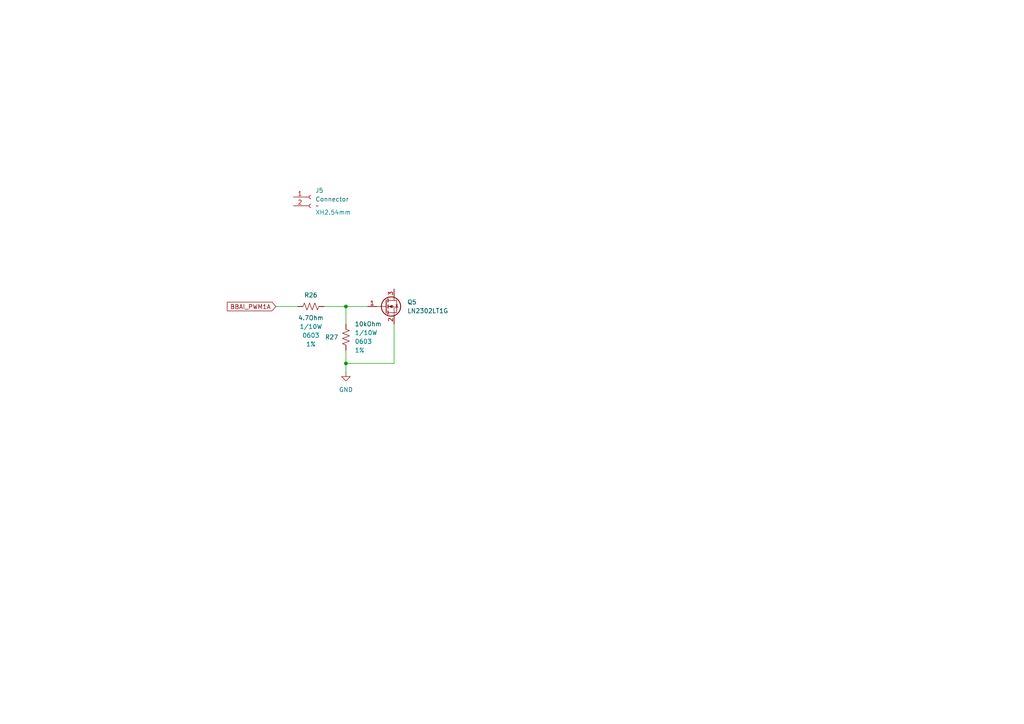
<source format=kicad_sch>
(kicad_sch (version 20250114) (generator "eeschema") (generator_version "9.0")
  (paper "A4")
  (title_block (title "THERMAL FAN") (date "2025-06-30"))
  (lib_symbols
    (symbol "automative_hexapod:JST-XH-SMD-2-2.54mm" (pin_names (offset 1.016) (hide yes))
      (property "Reference" "J" (at 0 2.54 0))
      (property "Value" "Connector" (at 5.842 -0.254 0))
      (property "Value 2" "~" (at 0 0 0))
      (property "Value 3" "XH2.54mm" (at 6.096 -2.286 0))
      (symbol "JST-XH-SMD-2-2.54mm_1_1"
        (polyline (pts (xy -1.27 0) (xy -0.508 0)) (stroke (width 0.1524)))
        (polyline (pts (xy -1.27 -2.54) (xy -0.508 -2.54)) (stroke (width 0.1524)))
        (arc (start 0 -0.508) (mid -0.5058 0) (end 0 0.508) (stroke (width 0.1524)))
        (arc (start 0 -3.048) (mid -0.5058 -2.54) (end 0 -2.032) (stroke (width 0.1524)))
        (pin passive line (at -5.08 0 0) (length 3.81) (name "Pin_1") (number "1"))
        (pin passive line (at -5.08 -2.54 0) (length 3.81) (name "Pin_2") (number "2"))
      )
    )
    (symbol "automative_hexapod:LN2302LT1G" (pin_names (hide yes))
      (property "Reference" "Q" (at 4.064 1.016 0))
      (property "Value" "LN2302LT1G" (at 9.398 -1.016 0))
      (symbol "LN2302LT1G_0_1"
        (polyline (pts (xy -2.286 1.905) (xy -2.286 -1.905)) (stroke (width 0.254)))
        (polyline (pts (xy -2.286 0) (xy -5.08 0)))
        (polyline (pts (xy -1.778 2.286) (xy -1.778 1.27)) (stroke (width 0.254)))
        (polyline (pts (xy -1.778 0.508) (xy -1.778 -0.508)) (stroke (width 0.254)))
        (polyline (pts (xy -1.778 -1.27) (xy -1.778 -2.286)) (stroke (width 0.254)))
        (polyline (pts (xy -1.778 -1.778) (xy 0.762 -1.778) (xy 0.762 1.778) (xy -1.778 1.778)))
        (polyline (pts (xy -1.524 0) (xy -0.508 0.381) (xy -0.508 -0.381) (xy -1.524 0)) (fill (type outline)))
        (circle (center -0.889 0) (radius 2.794) (stroke (width 0.254)))
        (polyline (pts (xy 0 2.54) (xy 0 1.778)))
        (polyline (pts (xy 0 -2.54) (xy 0 0) (xy -1.778 0)))
        (polyline (pts (xy 0.762 0.381) (xy 0.381 -0.254) (xy 1.143 -0.254) (xy 0.762 0.381)))
        (polyline (pts (xy 1.016 0.508) (xy 0.508 0.508)))
      )
      (symbol "LN2302LT1G_1_1"
        (pin input line (at -7.62 0 0) (length 2.54) (name "G") (number "1"))
        (pin passive line (at 0 5.08 270) (length 2.54) (name "D") (number "3"))
        (pin passive line (at 0 -5.08 90) (length 2.54) (name "S") (number "2"))
      )
    )
    (symbol "automative_hexapod:Res_10K_0603_1%" (pin_numbers (hide yes)) (pin_names (hide yes))
      (property "Reference" "R" (at 0 2.54 0))
      (property "Value" "10kOhm" (at 0.508 -3.556 0))
      (property "Value 2" "1/10W" (at -0.508 -5.334 0))
      (property "Value 3" "0603" (at -0.762 -7.112 0))
      (property "Value 4" "1%" (at -1.778 -8.89 0))
      (symbol "Res_10K_0603_1%_0_1"
        (polyline (pts (xy -2.286 0) (xy -2.54 0)))
        (polyline (pts (xy -2.286 0) (xy -1.905 1.016) (xy -1.524 0) (xy -1.143 -1.016) (xy -0.762 0)))
        (polyline (pts (xy 0.762 0) (xy 1.143 1.016) (xy 1.524 0) (xy 1.905 -1.016) (xy 2.286 0)))
        (polyline (pts (xy 2.286 0) (xy 2.54 0)))
      )
      (symbol "Res_10K_0603_1%_1_1"
        (polyline (pts (xy -0.762 0) (xy -0.381 1.016) (xy 0 0) (xy 0.381 -1.016) (xy 0.762 0)))
        (pin passive line (at -3.81 0 0) (length 1.27) (name "~") (number "1"))
        (pin passive line (at 3.81 0 180) (length 1.27) (name "~") (number "2"))
      )
    )
    (symbol "automative_hexapod:Res_4.7_0603_1%" (pin_numbers (hide yes)) (pin_names (hide yes))
      (property "Reference" "R" (at 0 2.54 0))
      (property "Value" "4.7Ohm" (at 0.508 -3.556 0))
      (property "Value 2" "1/10W" (at 0.254 -5.334 0))
      (property "Value 3" "0603" (at -0.508 -7.366 0))
      (property "Value 4" "1%" (at -1.524 -9.144 0))
      (symbol "Res_4.7_0603_1%_0_1"
        (polyline (pts (xy -2.286 0) (xy -2.54 0)))
        (polyline (pts (xy -2.286 0) (xy -1.905 1.016) (xy -1.524 0) (xy -1.143 -1.016) (xy -0.762 0)))
        (polyline (pts (xy 0.762 0) (xy 1.143 1.016) (xy 1.524 0) (xy 1.905 -1.016) (xy 2.286 0)))
        (polyline (pts (xy 2.286 0) (xy 2.54 0)))
      )
      (symbol "Res_4.7_0603_1%_1_1"
        (polyline (pts (xy -0.762 0) (xy -0.381 1.016) (xy 0 0) (xy 0.381 -1.016) (xy 0.762 0)))
        (pin passive line (at -3.81 0 0) (length 1.27) (name "~") (number "1"))
        (pin passive line (at 3.81 0 180) (length 1.27) (name "~") (number "2"))
      )
    )
    (symbol "power:GND" (power) (pin_numbers (hide yes)) (pin_names (offset 0) (hide yes))
      (property "Value" "GND" (at 0 -3.81 0))
      (symbol "GND_0_1"
        (polyline (pts (xy 0 0) (xy 0 -1.27) (xy 1.27 -1.27) (xy 0 -2.54) (xy -1.27 -1.27) (xy 0 -1.27)))
      )
      (symbol "GND_1_1"
        (pin power_in line (at 0 0 270) (length 0) (name "~") (number "1"))
      )
    )
  )
  (junction (at 100.33 88.9))
  (junction (at 100.33 105.41))
  (wire (pts (xy 114.3 93.98) (xy 114.3 105.41)))
  (wire (pts (xy 100.33 105.41) (xy 114.3 105.41)))
  (wire (pts (xy 100.33 105.41) (xy 100.33 107.95)))
  (wire (pts (xy 93.98 88.9) (xy 100.33 88.9)))
  (wire (pts (xy 100.33 88.9) (xy 100.33 93.98)))
  (wire (pts (xy 100.33 88.9) (xy 106.68 88.9)))
  (wire (pts (xy 100.33 101.6) (xy 100.33 105.41)))
  (wire (pts (xy 80.01 88.9) (xy 86.36 88.9)))
  (global_label "BBAI_PWM1A" (shape input) (at 80.01 88.9 180) (property "Intersheetrefs" "${INTERSHEET_REFS}" (effects (hide yes))))
  (symbol (lib_id "automative_hexapod:Res_4.7_0603_1%") (at 90.17 88.9 0) (unit 1)
    (property "Reference" "R26" (at 90.17 85.598 0))
    (property "Value" "4.7Ohm" (at 90.17 92.202 0))
    (property "Footprint" "automative_hexapod:Res_0603" (effects (hide yes)))
    (property "Description" "Res_4.7_0603_1%" (effects (hide yes)))
    (property "Value 2" "1/10W" (at 90.17 94.742 0))
    (property "Value 3" "0603" (at 90.17 97.282 0))
    (property "Value 4" "1%" (at 90.17 99.822 0))
    (property "Supply Name" "thegioiic" (effects (hide yes)))
    (property "Supply Part Number" "Điện Trở 4.7 Ohm 0603 1%" (effects (hide yes)))
    (property "Supply URL" "https://www.thegioiic.com/dien-tro-4-7-ohm-0603-1-" (effects (hide yes)))
  )
  (symbol (lib_id "automative_hexapod:LN2302LT1G") (at 114.3 88.9 0) (unit 1)
    (property "Reference" "Q5" (at 118.11 87.6299 0) (effects (justify left)))
    (property "Value" "LN2302LT1G" (at 118.11 90.1699 0) (effects (justify left)))
    (property "Footprint" "automative_hexapod:SOT23" (effects (hide yes)))
    (property "Datasheet" "https://www.lrc.cn/Upload/PDF/Product/MOS/ln2302lt1g.pdf" (effects (hide yes)))
    (property "Description" "N-Channel MOSFETs" (effects (hide yes)))
    (property "Supply Name" "Thegioiic" (effects (hide yes)))
    (property "Supply Part Number" "LN2302LT1G MOSFET Kênh N 20V 2.3A SOT-23-3" (effects (hide yes)))
    (property "Supply URL" "https://www.thegioiic.com/ln2302lt1g-mosfet-kenh-n-20v-2-3a-sot-23-3" (effects (hide yes)))
  )
  (symbol (lib_id "automative_hexapod:JST-XH-SMD-2-2.54mm") (at 90.17 57.15 0) (unit 1)
    (property "Reference" "J5" (at 91.44 55.2449 0) (effects (justify left)))
    (property "Value" "Connector" (at 91.44 57.7849 0) (effects (justify left)))
    (property "Footprint" "automative_hexapod:JST-XH-SMD-2-2.54mm" (effects (hide yes)))
    (property "Description" "250V 3A" (effects (hide yes)))
    (property "Value 2" "~" (at 91.44 59.69 0) (effects (justify left)))
    (property "Value 3" "XH2.54mm" (at 91.44 61.5949 0) (effects (justify left)))
    (property "Supply Name" "Thegioiic" (effects (hide yes)))
    (property "Supply Part Number" " Đầu XH2.54mm 2 Chân Dán SMD Nằm Ngang" (effects (hide yes)))
    (property "Supply URL" "https://www.thegioiic.com/dau-xh2-54mm-2-chan-dan-smd-nam-ngang" (effects (hide yes)))
  )
  (symbol (lib_id "automative_hexapod:Res_10K_0603_1%") (at 100.33 97.79 90) (unit 1)
    (property "Reference" "R27" (at 94.234 97.79 90) (effects (justify right)))
    (property "Value" "10kOhm" (at 102.87 93.98 90) (effects (justify right)))
    (property "Footprint" "automative_hexapod:Res_0603" (effects (hide yes)))
    (property "Description" "Res_10K_0603_1%" (effects (hide yes)))
    (property "Value 2" "1/10W" (at 102.87 96.52 90) (effects (justify right)))
    (property "Value 3" "0603" (at 102.87 99.06 90) (effects (justify right)))
    (property "Value 4" "1%" (at 102.87 101.6 90) (effects (justify right)))
    (property "Supply Name" "thegioiic" (effects (hide yes)))
    (property "Supply Part Number" "Điện Trở 10 KOhm 0603 1%" (effects (hide yes)))
    (property "Supply URL" "https://www.thegioiic.com/dien-tro-10-kohm-0603-1-" (effects (hide yes)))
  )
  (symbol (lib_id "power:GND") (at 100.33 107.95 0) (unit 1)
    (property "Reference" "#PWR061" (effects (hide yes)))
    (property "Value" "GND" (at 100.33 113.03 0))
    (property "Description" "Power symbol creates a global label with name \"GND\" , ground" (effects (hide yes)))
  )
)
</source>
